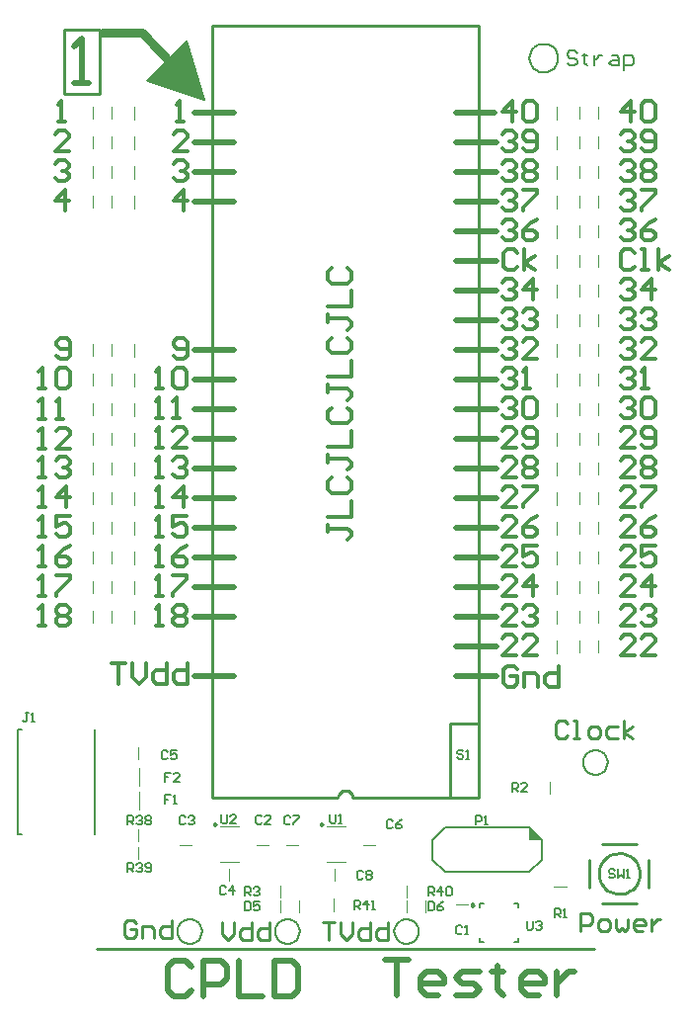
<source format=gto>
G04*
G04 #@! TF.GenerationSoftware,Altium Limited,Altium Designer,19.1.8 (144)*
G04*
G04 Layer_Color=65535*
%FSLAX25Y25*%
%MOIN*%
G70*
G01*
G75*
%ADD10C,0.00800*%
%ADD11C,0.01000*%
%ADD12C,0.00984*%
%ADD13C,0.00500*%
%ADD14C,0.03000*%
%ADD15C,0.00394*%
%ADD16C,0.00787*%
%ADD17C,0.02000*%
%ADD18C,0.00787*%
%ADD19C,0.01181*%
%ADD20C,0.01400*%
G36*
X356382Y211780D02*
X352182D01*
Y215980D01*
X356382Y211780D01*
D02*
G37*
G36*
X236714Y481363D02*
X242752Y461487D01*
X242395Y461138D01*
X222884Y467537D01*
X222768Y468024D01*
X236229Y481485D01*
X236714Y481363D01*
D02*
G37*
D10*
X361800Y475500D02*
X361695Y476498D01*
X361385Y477452D01*
X360883Y478321D01*
X360212Y479067D01*
X359400Y479657D01*
X358483Y480065D01*
X357502Y480274D01*
X356498D01*
X355517Y480065D01*
X354600Y479657D01*
X353788Y479067D01*
X353117Y478321D01*
X352615Y477452D01*
X352305Y476498D01*
X352200Y475500D01*
X352305Y474502D01*
X352615Y473548D01*
X353117Y472679D01*
X353788Y471933D01*
X354600Y471343D01*
X355517Y470935D01*
X356498Y470726D01*
X357502D01*
X358483Y470935D01*
X359400Y471343D01*
X360212Y471933D01*
X360883Y472679D01*
X361385Y473548D01*
X361695Y474502D01*
X361800Y475500D01*
X274634Y181000D02*
X274514Y181989D01*
X274160Y182921D01*
X273594Y183741D01*
X272848Y184402D01*
X271966Y184865D01*
X270998Y185104D01*
X270002D01*
X269034Y184865D01*
X268152Y184402D01*
X267406Y183741D01*
X266840Y182921D01*
X266486Y181989D01*
X266366Y181000D01*
X266486Y180011D01*
X266840Y179079D01*
X267406Y178259D01*
X268152Y177598D01*
X269034Y177135D01*
X270002Y176896D01*
X270998D01*
X271966Y177135D01*
X272848Y177598D01*
X273594Y178259D01*
X274160Y179079D01*
X274514Y180011D01*
X274634Y181000D01*
X241634D02*
X241514Y181989D01*
X241160Y182921D01*
X240594Y183741D01*
X239848Y184402D01*
X238966Y184865D01*
X237998Y185104D01*
X237002D01*
X236034Y184865D01*
X235152Y184402D01*
X234406Y183741D01*
X233840Y182921D01*
X233486Y181989D01*
X233366Y181000D01*
X233486Y180011D01*
X233840Y179079D01*
X234406Y178259D01*
X235152Y177598D01*
X236034Y177135D01*
X237002Y176896D01*
X237998D01*
X238966Y177135D01*
X239848Y177598D01*
X240594Y178259D01*
X241160Y179079D01*
X241514Y180011D01*
X241634Y181000D01*
X378634Y238000D02*
X378514Y238989D01*
X378160Y239921D01*
X377594Y240741D01*
X376848Y241402D01*
X375966Y241865D01*
X374998Y242104D01*
X374002D01*
X373034Y241865D01*
X372152Y241402D01*
X371406Y240741D01*
X370840Y239921D01*
X370486Y238989D01*
X370366Y238000D01*
X370486Y237011D01*
X370840Y236079D01*
X371406Y235259D01*
X372152Y234598D01*
X373034Y234135D01*
X374002Y233896D01*
X374998D01*
X375966Y234135D01*
X376848Y234598D01*
X377594Y235259D01*
X378160Y236079D01*
X378514Y237011D01*
X378634Y238000D01*
X314787Y181000D02*
X314667Y181989D01*
X314314Y182921D01*
X313748Y183741D01*
X313002Y184402D01*
X312119Y184865D01*
X311152Y185104D01*
X310155D01*
X309188Y184865D01*
X308305Y184402D01*
X307559Y183741D01*
X306993Y182921D01*
X306640Y181989D01*
X306520Y181000D01*
X306640Y180011D01*
X306993Y179079D01*
X307559Y178259D01*
X308305Y177598D01*
X309188Y177135D01*
X310155Y176896D01*
X311152D01*
X312119Y177135D01*
X313002Y177598D01*
X313748Y178259D01*
X314314Y179079D01*
X314667Y180011D01*
X314787Y181000D01*
X368332Y477165D02*
X367499Y477998D01*
X365833D01*
X365000Y477165D01*
Y476332D01*
X365833Y475499D01*
X367499D01*
X368332Y474666D01*
Y473833D01*
X367499Y473000D01*
X365833D01*
X365000Y473833D01*
X370831Y477165D02*
Y476332D01*
X369998D01*
X371665D01*
X370831D01*
Y473833D01*
X371665Y473000D01*
X374164Y476332D02*
Y473000D01*
Y474666D01*
X374997Y475499D01*
X375830Y476332D01*
X376663D01*
X379995D02*
X381661D01*
X382494Y475499D01*
Y473000D01*
X379995D01*
X379162Y473833D01*
X379995Y474666D01*
X382494D01*
X384160Y471334D02*
Y476332D01*
X386660D01*
X387493Y475499D01*
Y473833D01*
X386660Y473000D01*
X384160D01*
D11*
X292500Y226000D02*
X292310Y226957D01*
X291768Y227768D01*
X290957Y228310D01*
X290000Y228500D01*
X289043Y228310D01*
X288232Y227768D01*
X287690Y226957D01*
X287500Y226000D01*
X389390Y200500D02*
X389316Y201503D01*
X389098Y202485D01*
X388738Y203424D01*
X388246Y204302D01*
X387631Y205098D01*
X386907Y205796D01*
X386089Y206381D01*
X385195Y206841D01*
X384243Y207166D01*
X383254Y207348D01*
X382248Y207385D01*
X381249Y207275D01*
X380275Y207021D01*
X379350Y206627D01*
X378491Y206103D01*
X377718Y205460D01*
X377047Y204711D01*
X376492Y203872D01*
X376065Y202961D01*
X375775Y201998D01*
X375629Y201003D01*
Y199997D01*
X375775Y199002D01*
X376065Y198039D01*
X376492Y197128D01*
X377047Y196289D01*
X377718Y195540D01*
X378491Y194897D01*
X379350Y194373D01*
X380275Y193979D01*
X381249Y193725D01*
X382248Y193615D01*
X383254Y193652D01*
X384243Y193834D01*
X385195Y194159D01*
X386089Y194619D01*
X386907Y195204D01*
X387631Y195902D01*
X388246Y196698D01*
X388738Y197576D01*
X389098Y198515D01*
X389316Y199497D01*
X389390Y200500D01*
X206000Y175000D02*
X374000D01*
X245000Y486400D02*
X335000D01*
X245000Y226000D02*
Y486400D01*
Y226000D02*
X287500D01*
X292500D02*
X335000D01*
Y486400D01*
X325500Y251000D02*
X335000D01*
X325500Y226000D02*
Y251000D01*
X376594Y190461D02*
X388405D01*
X392539Y195776D02*
Y205224D01*
X372461Y195776D02*
Y205224D01*
X376594Y210539D02*
X388405D01*
X195000Y485000D02*
X207000Y485000D01*
X195000Y463500D02*
X195000Y485000D01*
X195000Y463500D02*
X207000D01*
X207000Y485000D02*
X207000Y463500D01*
X369500Y181000D02*
Y186998D01*
X372499D01*
X373499Y185998D01*
Y183999D01*
X372499Y182999D01*
X369500D01*
X376498Y181000D02*
X378497D01*
X379497Y182000D01*
Y183999D01*
X378497Y184999D01*
X376498D01*
X375498Y183999D01*
Y182000D01*
X376498Y181000D01*
X381496Y184999D02*
Y182000D01*
X382496Y181000D01*
X383495Y182000D01*
X384495Y181000D01*
X385495Y182000D01*
Y184999D01*
X390493Y181000D02*
X388494D01*
X387494Y182000D01*
Y183999D01*
X388494Y184999D01*
X390493D01*
X391493Y183999D01*
Y182999D01*
X387494D01*
X393492Y184999D02*
Y181000D01*
Y182999D01*
X394492Y183999D01*
X395492Y184999D01*
X396491D01*
X282500Y184236D02*
X286499D01*
X284499D01*
Y178238D01*
X288498Y184236D02*
Y180237D01*
X290497Y178238D01*
X292497Y180237D01*
Y184236D01*
X298495D02*
Y178238D01*
X295496D01*
X294496Y179237D01*
Y181237D01*
X295496Y182237D01*
X298495D01*
X304493Y184236D02*
Y178238D01*
X301494D01*
X300494Y179237D01*
Y181237D01*
X301494Y182237D01*
X304493D01*
X248500Y184236D02*
Y180237D01*
X250499Y178238D01*
X252499Y180237D01*
Y184236D01*
X258497D02*
Y178238D01*
X255498D01*
X254498Y179237D01*
Y181237D01*
X255498Y182237D01*
X258497D01*
X264495Y184236D02*
Y178238D01*
X261496D01*
X260496Y179237D01*
Y181237D01*
X261496Y182237D01*
X264495D01*
X364999Y250998D02*
X363999Y251998D01*
X362000D01*
X361000Y250998D01*
Y247000D01*
X362000Y246000D01*
X363999D01*
X364999Y247000D01*
X366998Y246000D02*
X368997D01*
X367998D01*
Y251998D01*
X366998D01*
X372996Y246000D02*
X374995D01*
X375995Y247000D01*
Y248999D01*
X374995Y249999D01*
X372996D01*
X371996Y248999D01*
Y247000D01*
X372996Y246000D01*
X381993Y249999D02*
X378994D01*
X377994Y248999D01*
Y247000D01*
X378994Y246000D01*
X381993D01*
X383993D02*
Y251998D01*
Y247999D02*
X386992Y249999D01*
X383993Y247999D02*
X386992Y246000D01*
X219499Y183736D02*
X218499Y184736D01*
X216500D01*
X215500Y183736D01*
Y179737D01*
X216500Y178738D01*
X218499D01*
X219499Y179737D01*
Y181737D01*
X217499D01*
X221498Y178738D02*
Y182737D01*
X224497D01*
X225497Y181737D01*
Y178738D01*
X231495Y184736D02*
Y178738D01*
X228496D01*
X227496Y179737D01*
Y181737D01*
X228496Y182737D01*
X231495D01*
D12*
X333315Y189906D02*
X332577Y190332D01*
Y189479D01*
X333315Y189906D01*
X282292Y217100D02*
X281554Y217526D01*
Y216674D01*
X282292Y217100D01*
X246292D02*
X245554Y217526D01*
Y216674D01*
X246292Y217100D01*
D13*
X352182Y215980D02*
X356382Y211780D01*
X323575Y201020D02*
X352182D01*
X356382Y205220D02*
Y211780D01*
X352182Y201020D02*
X356382Y205220D01*
X319374D02*
X323574Y201020D01*
X319374Y211780D02*
X323574Y215980D01*
X319374Y205220D02*
Y211780D01*
X323574Y215980D02*
X352182D01*
X329833Y241749D02*
X329333Y242249D01*
X328333D01*
X327833Y241749D01*
Y241249D01*
X328333Y240749D01*
X329333D01*
X329833Y240250D01*
Y239750D01*
X329333Y239250D01*
X328333D01*
X327833Y239750D01*
X330832Y239250D02*
X331832D01*
X331332D01*
Y242249D01*
X330832Y241749D01*
X380999Y201499D02*
X380500Y201999D01*
X379500D01*
X379000Y201499D01*
Y200999D01*
X379500Y200500D01*
X380500D01*
X380999Y200000D01*
Y199500D01*
X380500Y199000D01*
X379500D01*
X379000Y199500D01*
X381999Y201999D02*
Y199000D01*
X382999Y200000D01*
X383998Y199000D01*
Y201999D01*
X384998Y199000D02*
X385998D01*
X385498D01*
Y201999D01*
X384998Y201499D01*
X271499Y219599D02*
X271000Y220099D01*
X270000D01*
X269500Y219599D01*
Y217600D01*
X270000Y217100D01*
X271000D01*
X271499Y217600D01*
X272499Y220099D02*
X274498D01*
Y219599D01*
X272499Y217600D01*
Y217100D01*
X230999Y234499D02*
X229000D01*
Y232999D01*
X230000D01*
X229000D01*
Y231500D01*
X233998D02*
X231999D01*
X233998Y233499D01*
Y233999D01*
X233499Y234499D01*
X232499D01*
X231999Y233999D01*
X293000Y188500D02*
Y191499D01*
X294499D01*
X294999Y190999D01*
Y189999D01*
X294499Y189500D01*
X293000D01*
X294000D02*
X294999Y188500D01*
X297498D02*
Y191499D01*
X295999Y189999D01*
X297998D01*
X298998Y188500D02*
X299998D01*
X299498D01*
Y191499D01*
X298998Y190999D01*
X329499Y182499D02*
X328999Y182999D01*
X328000D01*
X327500Y182499D01*
Y180500D01*
X328000Y180000D01*
X328999D01*
X329499Y180500D01*
X330499Y180000D02*
X331499D01*
X330999D01*
Y182999D01*
X330499Y182499D01*
X351300Y184599D02*
Y182100D01*
X351800Y181600D01*
X352800D01*
X353299Y182100D01*
Y184599D01*
X354299Y184099D02*
X354799Y184599D01*
X355799D01*
X356298Y184099D01*
Y183599D01*
X355799Y183099D01*
X355299D01*
X355799D01*
X356298Y182600D01*
Y182100D01*
X355799Y181600D01*
X354799D01*
X354299Y182100D01*
X318000Y193000D02*
Y195999D01*
X319499D01*
X319999Y195499D01*
Y194500D01*
X319499Y194000D01*
X318000D01*
X319000D02*
X319999Y193000D01*
X322498D02*
Y195999D01*
X320999Y194500D01*
X322998D01*
X323998Y195499D02*
X324498Y195999D01*
X325498D01*
X325997Y195499D01*
Y193500D01*
X325498Y193000D01*
X324498D01*
X323998Y193500D01*
Y195499D01*
X318000Y190999D02*
Y188000D01*
X319499D01*
X319999Y188500D01*
Y190499D01*
X319499Y190999D01*
X318000D01*
X322998D02*
X321999Y190499D01*
X320999Y189499D01*
Y188500D01*
X321499Y188000D01*
X322498D01*
X322998Y188500D01*
Y189000D01*
X322498Y189499D01*
X320999D01*
X295999Y200999D02*
X295499Y201499D01*
X294500D01*
X294000Y200999D01*
Y199000D01*
X294500Y198500D01*
X295499D01*
X295999Y199000D01*
X296999Y200999D02*
X297499Y201499D01*
X298499D01*
X298998Y200999D01*
Y200499D01*
X298499Y199999D01*
X298998Y199500D01*
Y199000D01*
X298499Y198500D01*
X297499D01*
X296999Y199000D01*
Y199500D01*
X297499Y199999D01*
X296999Y200499D01*
Y200999D01*
X297499Y199999D02*
X298499D01*
X305999Y218137D02*
X305500Y218637D01*
X304500D01*
X304000Y218137D01*
Y216138D01*
X304500Y215638D01*
X305500D01*
X305999Y216138D01*
X308998Y218637D02*
X307999Y218137D01*
X306999Y217137D01*
Y216138D01*
X307499Y215638D01*
X308499D01*
X308998Y216138D01*
Y216637D01*
X308499Y217137D01*
X306999D01*
X182999Y254692D02*
X182000D01*
X182500D01*
Y252193D01*
X182000Y251693D01*
X181500D01*
X181000Y252193D01*
X183999Y251693D02*
X184999D01*
X184499D01*
Y254692D01*
X183999Y254192D01*
X216500Y201000D02*
Y203999D01*
X218000D01*
X218499Y203499D01*
Y202500D01*
X218000Y202000D01*
X216500D01*
X217500D02*
X218499Y201000D01*
X219499Y203499D02*
X219999Y203999D01*
X220999D01*
X221498Y203499D01*
Y202999D01*
X220999Y202500D01*
X220499D01*
X220999D01*
X221498Y202000D01*
Y201500D01*
X220999Y201000D01*
X219999D01*
X219499Y201500D01*
X222498D02*
X222998Y201000D01*
X223998D01*
X224497Y201500D01*
Y203499D01*
X223998Y203999D01*
X222998D01*
X222498Y203499D01*
Y202999D01*
X222998Y202500D01*
X224497D01*
X216500Y217000D02*
Y219999D01*
X218000D01*
X218499Y219499D01*
Y218499D01*
X218000Y218000D01*
X216500D01*
X217500D02*
X218499Y217000D01*
X219499Y219499D02*
X219999Y219999D01*
X220999D01*
X221498Y219499D01*
Y218999D01*
X220999Y218499D01*
X220499D01*
X220999D01*
X221498Y218000D01*
Y217500D01*
X220999Y217000D01*
X219999D01*
X219499Y217500D01*
X222498Y219499D02*
X222998Y219999D01*
X223998D01*
X224497Y219499D01*
Y218999D01*
X223998Y218499D01*
X224497Y218000D01*
Y217500D01*
X223998Y217000D01*
X222998D01*
X222498Y217500D01*
Y218000D01*
X222998Y218499D01*
X222498Y218999D01*
Y219499D01*
X222998Y218499D02*
X223998D01*
X229999Y241499D02*
X229500Y241999D01*
X228500D01*
X228000Y241499D01*
Y239500D01*
X228500Y239000D01*
X229500D01*
X229999Y239500D01*
X232998Y241999D02*
X230999D01*
Y240499D01*
X231999Y240999D01*
X232499D01*
X232998Y240499D01*
Y239500D01*
X232499Y239000D01*
X231499D01*
X230999Y239500D01*
X249599Y195899D02*
X249099Y196399D01*
X248100D01*
X247600Y195899D01*
Y193900D01*
X248100Y193400D01*
X249099D01*
X249599Y193900D01*
X252098Y193400D02*
Y196399D01*
X250599Y194899D01*
X252598D01*
X235999Y219499D02*
X235500Y219999D01*
X234500D01*
X234000Y219499D01*
Y217500D01*
X234500Y217000D01*
X235500D01*
X235999Y217500D01*
X236999Y219499D02*
X237499Y219999D01*
X238498D01*
X238998Y219499D01*
Y218999D01*
X238498Y218499D01*
X237999D01*
X238498D01*
X238998Y218000D01*
Y217500D01*
X238498Y217000D01*
X237499D01*
X236999Y217500D01*
X261799Y219699D02*
X261299Y220199D01*
X260300D01*
X259800Y219699D01*
Y217700D01*
X260300Y217200D01*
X261299D01*
X261799Y217700D01*
X264798Y217200D02*
X262799D01*
X264798Y219199D01*
Y219699D01*
X264299Y220199D01*
X263299D01*
X262799Y219699D01*
X360700Y185700D02*
Y188699D01*
X362199D01*
X362699Y188199D01*
Y187199D01*
X362199Y186700D01*
X360700D01*
X361700D02*
X362699Y185700D01*
X363699D02*
X364699D01*
X364199D01*
Y188699D01*
X363699Y188199D01*
X346300Y228200D02*
Y231199D01*
X347799D01*
X348299Y230699D01*
Y229699D01*
X347799Y229200D01*
X346300D01*
X347300D02*
X348299Y228200D01*
X351298D02*
X349299D01*
X351298Y230199D01*
Y230699D01*
X350799Y231199D01*
X349799D01*
X349299Y230699D01*
X248200Y220399D02*
Y217900D01*
X248700Y217400D01*
X249699D01*
X250199Y217900D01*
Y220399D01*
X253198Y217400D02*
X251199D01*
X253198Y219399D01*
Y219899D01*
X252698Y220399D01*
X251699D01*
X251199Y219899D01*
X230999Y226999D02*
X229000D01*
Y225500D01*
X230000D01*
X229000D01*
Y224000D01*
X231999D02*
X232999D01*
X232499D01*
Y226999D01*
X231999Y226499D01*
X284800Y220499D02*
Y218000D01*
X285300Y217500D01*
X286299D01*
X286799Y218000D01*
Y220499D01*
X287799Y217500D02*
X288799D01*
X288299D01*
Y220499D01*
X287799Y219999D01*
X256000Y190999D02*
Y188000D01*
X257500D01*
X257999Y188500D01*
Y190499D01*
X257500Y190999D01*
X256000D01*
X260998D02*
X258999D01*
Y189499D01*
X259999Y189999D01*
X260498D01*
X260998Y189499D01*
Y188500D01*
X260498Y188000D01*
X259499D01*
X258999Y188500D01*
X256000Y193000D02*
Y195999D01*
X257500D01*
X257999Y195499D01*
Y194500D01*
X257500Y194000D01*
X256000D01*
X257000D02*
X257999Y193000D01*
X258999Y195499D02*
X259499Y195999D01*
X260498D01*
X260998Y195499D01*
Y194999D01*
X260498Y194500D01*
X259999D01*
X260498D01*
X260998Y194000D01*
Y193500D01*
X260498Y193000D01*
X259499D01*
X258999Y193500D01*
X334000Y217000D02*
Y219999D01*
X335500D01*
X335999Y219499D01*
Y218499D01*
X335500Y218000D01*
X334000D01*
X336999Y217000D02*
X337999D01*
X337499D01*
Y219999D01*
X336999Y219499D01*
D14*
X208000Y484000D02*
X221284D01*
X239021Y465565D01*
D15*
X220500Y230047D02*
Y235953D01*
X270031Y210000D02*
X273969D01*
X286000Y187933D02*
Y192067D01*
X327532Y190000D02*
X331469D01*
X296031Y210000D02*
X299969D01*
X234032D02*
X237968D01*
X260032D02*
X263968D01*
X286500Y198031D02*
Y201969D01*
X250654Y198031D02*
Y201969D01*
X359000Y227433D02*
Y231567D01*
X360433Y196000D02*
X364567D01*
X310653Y187531D02*
Y191469D01*
X317051Y187531D02*
Y191469D01*
X310653Y192433D02*
Y196567D01*
X220000Y239032D02*
Y242969D01*
Y205433D02*
Y209567D01*
Y211433D02*
Y215567D01*
X283850Y216406D02*
X290150D01*
X283850Y204594D02*
X290150D01*
X268000Y192433D02*
Y196567D01*
X268000Y187531D02*
Y191469D01*
X274398Y187531D02*
Y191469D01*
X247850Y216406D02*
X254150D01*
X247850Y204594D02*
X254150D01*
X220500Y222047D02*
Y227953D01*
X204654Y455031D02*
Y458968D01*
X211051Y455031D02*
Y458968D01*
X204654Y445031D02*
Y448969D01*
X211051Y445031D02*
Y448969D01*
X204654Y435032D02*
Y438969D01*
X211051Y435032D02*
Y438969D01*
X204654Y425032D02*
Y428968D01*
X211051Y425032D02*
Y428968D01*
X204654Y375031D02*
Y378969D01*
X211051Y375031D02*
Y378969D01*
X204654Y365032D02*
Y368969D01*
X211051Y365032D02*
Y368969D01*
X204654Y355031D02*
Y358968D01*
X211051Y355031D02*
Y358968D01*
X204654Y345031D02*
Y348969D01*
X211051Y345031D02*
Y348969D01*
X204654Y335032D02*
Y338968D01*
X211051Y335032D02*
Y338968D01*
X204654Y325031D02*
Y328969D01*
X211051Y325031D02*
Y328969D01*
X204654Y315032D02*
Y318969D01*
X211051Y315032D02*
Y318969D01*
X204654Y305031D02*
Y308968D01*
X211051Y305031D02*
Y308968D01*
X204654Y295031D02*
Y298969D01*
X211051Y295031D02*
Y298969D01*
X204654Y285032D02*
Y288968D01*
X211051Y285032D02*
Y288968D01*
X218653Y454933D02*
Y459067D01*
Y444933D02*
Y449067D01*
Y434933D02*
Y439067D01*
Y424933D02*
Y429067D01*
Y374933D02*
Y379067D01*
Y364933D02*
Y369067D01*
Y354933D02*
Y359067D01*
Y344933D02*
Y349067D01*
Y334933D02*
Y339067D01*
Y324933D02*
Y329067D01*
Y314933D02*
Y319067D01*
Y304933D02*
Y309067D01*
Y294933D02*
Y299067D01*
Y284933D02*
Y289067D01*
X361500Y454933D02*
Y459067D01*
Y444933D02*
Y449067D01*
Y434933D02*
Y439067D01*
Y424933D02*
Y429067D01*
Y414933D02*
Y419067D01*
Y404933D02*
Y409067D01*
Y394933D02*
Y399067D01*
Y384933D02*
Y389067D01*
Y374933D02*
Y379067D01*
Y364933D02*
Y369067D01*
Y354933D02*
Y359067D01*
Y344933D02*
Y349067D01*
Y334933D02*
Y339067D01*
Y324933D02*
Y329067D01*
Y314933D02*
Y319067D01*
Y304933D02*
Y309067D01*
Y294933D02*
Y299067D01*
Y284933D02*
Y289067D01*
Y274933D02*
Y279067D01*
X375500Y395031D02*
Y398969D01*
X369102Y395031D02*
Y398969D01*
X375500Y385032D02*
Y388968D01*
X369102Y385032D02*
Y388968D01*
X375500Y375031D02*
Y378969D01*
X369102Y375031D02*
Y378969D01*
X375500Y365032D02*
Y368969D01*
X369102Y365032D02*
Y368969D01*
X375500Y355031D02*
Y358968D01*
X369102Y355031D02*
Y358968D01*
X375500Y345031D02*
Y348969D01*
X369102Y345031D02*
Y348969D01*
X375500Y335032D02*
Y338968D01*
X369102Y335032D02*
Y338968D01*
X375500Y325031D02*
Y328969D01*
X369102Y325031D02*
Y328969D01*
X375500Y315032D02*
Y318969D01*
X369102Y315032D02*
Y318969D01*
X375500Y305031D02*
Y308968D01*
X369102Y305031D02*
Y308968D01*
X375500Y405031D02*
Y408968D01*
X369102Y405031D02*
Y408968D01*
X375500Y415031D02*
Y418968D01*
X369102Y415031D02*
Y418968D01*
X375500Y425032D02*
Y428968D01*
X369102Y425032D02*
Y428968D01*
X375500Y435032D02*
Y438969D01*
X369102Y435032D02*
Y438969D01*
X375500Y445031D02*
Y448969D01*
X369102Y445031D02*
Y448969D01*
X375500Y455031D02*
Y458968D01*
X369102Y455031D02*
Y458968D01*
X375500Y295031D02*
Y298969D01*
X369102Y295031D02*
Y298969D01*
X375500Y285032D02*
Y288968D01*
X369102Y285032D02*
Y288968D01*
X375500Y275031D02*
Y278969D01*
X369102Y275031D02*
Y278969D01*
D16*
X335382Y189118D02*
Y190496D01*
X336760D01*
X346996D02*
X348375D01*
Y189118D02*
Y190496D01*
Y177504D02*
Y178882D01*
X346996Y177504D02*
X348375D01*
X335382D02*
Y178882D01*
Y177504D02*
X336760D01*
D17*
X327500Y297000D02*
X341000D01*
X327500Y287000D02*
X341000D01*
X327500Y277000D02*
X341000D01*
X327500Y267000D02*
X341000D01*
X327500Y337000D02*
X341000D01*
X327500Y327000D02*
X341000D01*
X327500Y317000D02*
X341000D01*
X327500Y307000D02*
X341000D01*
X327500Y377000D02*
X341000D01*
X327500Y367000D02*
X341000D01*
X327500Y357000D02*
X341000D01*
X327500Y347000D02*
X341000D01*
X327500Y417000D02*
X341000D01*
X327500Y407000D02*
X341000D01*
X327500Y397000D02*
X341000D01*
X327500Y387000D02*
X341000D01*
X327500Y427000D02*
X341000D01*
X327500Y437000D02*
X341000D01*
X327500Y447000D02*
X341000D01*
X327500Y457000D02*
X340500D01*
X239000Y287000D02*
X252500D01*
X239000Y297000D02*
X252500D01*
X239000Y267000D02*
X252500D01*
X239000Y327000D02*
X252500D01*
X239000Y337000D02*
X252500D01*
X239000Y317000D02*
X252500D01*
X239000Y307000D02*
X252500D01*
X239000Y367000D02*
X252500D01*
X239000Y377000D02*
X252500D01*
X239000Y357000D02*
X252500D01*
X239000Y347000D02*
X252500D01*
X239000Y427000D02*
X252500D01*
X239000Y437000D02*
X252500D01*
X239000Y457000D02*
X252500D01*
X239000Y447000D02*
X252500D01*
X237997Y168997D02*
X235998Y170996D01*
X231999D01*
X230000Y168997D01*
Y160999D01*
X231999Y159000D01*
X235998D01*
X237997Y160999D01*
X241996Y159000D02*
Y170996D01*
X247994D01*
X249993Y168997D01*
Y164998D01*
X247994Y162999D01*
X241996D01*
X253992Y170996D02*
Y159000D01*
X261990D01*
X265988Y170996D02*
Y159000D01*
X271986D01*
X273986Y160999D01*
Y168997D01*
X271986Y170996D01*
X265988D01*
X303500Y171496D02*
X311497D01*
X307499D01*
Y159500D01*
X321494D02*
X317495D01*
X315496Y161499D01*
Y165498D01*
X317495Y167497D01*
X321494D01*
X323494Y165498D01*
Y163499D01*
X315496D01*
X327492Y159500D02*
X333490D01*
X335490Y161499D01*
X333490Y163499D01*
X329492D01*
X327492Y165498D01*
X329492Y167497D01*
X335490D01*
X341488Y169497D02*
Y167497D01*
X339488D01*
X343487D01*
X341488D01*
Y161499D01*
X343487Y159500D01*
X355483D02*
X351484D01*
X349485Y161499D01*
Y165498D01*
X351484Y167497D01*
X355483D01*
X357483Y165498D01*
Y163499D01*
X349485D01*
X361481Y167497D02*
Y159500D01*
Y163499D01*
X363481Y165498D01*
X365480Y167497D01*
X367479D01*
X198500Y467000D02*
X203498D01*
X200999D01*
Y481995D01*
X198500Y479496D01*
D18*
X179299Y213709D02*
X180677D01*
X179299D02*
Y248945D01*
X180677D01*
X205519Y213709D02*
Y248945D01*
D19*
X284128Y318248D02*
Y315624D01*
Y316936D01*
X290688D01*
X292000Y315624D01*
Y314312D01*
X290688Y313000D01*
X284128Y320871D02*
X292000D01*
Y326119D01*
X285440Y333991D02*
X284128Y332679D01*
Y330055D01*
X285440Y328743D01*
X290688D01*
X292000Y330055D01*
Y332679D01*
X290688Y333991D01*
X284128Y341862D02*
Y339238D01*
Y340550D01*
X290688D01*
X292000Y339238D01*
Y337926D01*
X290688Y336614D01*
X284128Y344486D02*
X292000D01*
Y349734D01*
X285440Y357605D02*
X284128Y356293D01*
Y353669D01*
X285440Y352357D01*
X290688D01*
X292000Y353669D01*
Y356293D01*
X290688Y357605D01*
X284128Y365476D02*
Y362853D01*
Y364165D01*
X290688D01*
X292000Y362853D01*
Y361541D01*
X290688Y360229D01*
X284128Y368100D02*
X292000D01*
Y373348D01*
X285440Y381220D02*
X284128Y379908D01*
Y377284D01*
X285440Y375972D01*
X290688D01*
X292000Y377284D01*
Y379908D01*
X290688Y381220D01*
X284128Y389091D02*
Y386467D01*
Y387779D01*
X290688D01*
X292000Y386467D01*
Y385155D01*
X290688Y383843D01*
X284128Y391715D02*
X292000D01*
Y396962D01*
X285440Y404834D02*
X284128Y403522D01*
Y400898D01*
X285440Y399586D01*
X290688D01*
X292000Y400898D01*
Y403522D01*
X290688Y404834D01*
D20*
X186500Y284000D02*
X188833D01*
X187666D01*
Y290998D01*
X186500Y289831D01*
X192331D02*
X193498Y290998D01*
X195830D01*
X196997Y289831D01*
Y288665D01*
X195830Y287499D01*
X196997Y286333D01*
Y285166D01*
X195830Y284000D01*
X193498D01*
X192331Y285166D01*
Y286333D01*
X193498Y287499D01*
X192331Y288665D01*
Y289831D01*
X193498Y287499D02*
X195830D01*
X186500Y294000D02*
X188833D01*
X187666D01*
Y300998D01*
X186500Y299831D01*
X192331Y300998D02*
X196997D01*
Y299831D01*
X192331Y295166D01*
Y294000D01*
X186500Y304000D02*
X188833D01*
X187666D01*
Y310998D01*
X186500Y309831D01*
X196997Y310998D02*
X194664Y309831D01*
X192331Y307499D01*
Y305166D01*
X193498Y304000D01*
X195830D01*
X196997Y305166D01*
Y306333D01*
X195830Y307499D01*
X192331D01*
X186500Y314000D02*
X188833D01*
X187666D01*
Y320998D01*
X186500Y319831D01*
X196997Y320998D02*
X192331D01*
Y317499D01*
X194664Y318665D01*
X195830D01*
X196997Y317499D01*
Y315166D01*
X195830Y314000D01*
X193498D01*
X192331Y315166D01*
X186500Y324000D02*
X188833D01*
X187666D01*
Y330998D01*
X186500Y329831D01*
X195830Y324000D02*
Y330998D01*
X192331Y327499D01*
X196997D01*
X186500Y334000D02*
X188833D01*
X187666D01*
Y340998D01*
X186500Y339831D01*
X192331D02*
X193498Y340998D01*
X195830D01*
X196997Y339831D01*
Y338665D01*
X195830Y337499D01*
X194664D01*
X195830D01*
X196997Y336333D01*
Y335166D01*
X195830Y334000D01*
X193498D01*
X192331Y335166D01*
X186500Y343866D02*
X188833D01*
X187666D01*
Y350864D01*
X186500Y349698D01*
X196997Y343866D02*
X192331D01*
X196997Y348532D01*
Y349698D01*
X195830Y350864D01*
X193498D01*
X192331Y349698D01*
X186500Y353924D02*
X188833D01*
X187666D01*
Y360922D01*
X186500Y359755D01*
X192331Y353924D02*
X194664D01*
X193498D01*
Y360922D01*
X192331Y359755D01*
X186500Y363982D02*
X188833D01*
X187666D01*
Y370979D01*
X186500Y369813D01*
X192331D02*
X193498Y370979D01*
X195830D01*
X196997Y369813D01*
Y365148D01*
X195830Y363982D01*
X193498D01*
X192331Y365148D01*
Y369813D01*
X192500Y375166D02*
X193666Y374000D01*
X195999D01*
X197165Y375166D01*
Y379831D01*
X195999Y380998D01*
X193666D01*
X192500Y379831D01*
Y378665D01*
X193666Y377499D01*
X197165D01*
X195499Y424000D02*
Y430998D01*
X192000Y427499D01*
X196665D01*
X192000Y439831D02*
X193166Y440998D01*
X195499D01*
X196665Y439831D01*
Y438665D01*
X195499Y437499D01*
X194333D01*
X195499D01*
X196665Y436333D01*
Y435166D01*
X195499Y434000D01*
X193166D01*
X192000Y435166D01*
X196665Y444000D02*
X192000D01*
X196665Y448665D01*
Y449831D01*
X195499Y450998D01*
X193166D01*
X192000Y449831D01*
X193000Y454000D02*
X195333D01*
X194166D01*
Y460998D01*
X193000Y459831D01*
X383000Y449831D02*
X384166Y450998D01*
X386499D01*
X387665Y449831D01*
Y448665D01*
X386499Y447499D01*
X385333D01*
X386499D01*
X387665Y446333D01*
Y445166D01*
X386499Y444000D01*
X384166D01*
X383000Y445166D01*
X389998D02*
X391164Y444000D01*
X393497D01*
X394663Y445166D01*
Y449831D01*
X393497Y450998D01*
X391164D01*
X389998Y449831D01*
Y448665D01*
X391164Y447499D01*
X394663D01*
X386499Y454000D02*
Y460998D01*
X383000Y457499D01*
X387665D01*
X389998Y459831D02*
X391164Y460998D01*
X393497D01*
X394663Y459831D01*
Y455166D01*
X393497Y454000D01*
X391164D01*
X389998Y455166D01*
Y459831D01*
X383000Y439831D02*
X384166Y440998D01*
X386499D01*
X387665Y439831D01*
Y438665D01*
X386499Y437499D01*
X385333D01*
X386499D01*
X387665Y436333D01*
Y435166D01*
X386499Y434000D01*
X384166D01*
X383000Y435166D01*
X389998Y439831D02*
X391164Y440998D01*
X393497D01*
X394663Y439831D01*
Y438665D01*
X393497Y437499D01*
X394663Y436333D01*
Y435166D01*
X393497Y434000D01*
X391164D01*
X389998Y435166D01*
Y436333D01*
X391164Y437499D01*
X389998Y438665D01*
Y439831D01*
X391164Y437499D02*
X393497D01*
X383000Y429832D02*
X384166Y430998D01*
X386499D01*
X387665Y429832D01*
Y428665D01*
X386499Y427499D01*
X385333D01*
X386499D01*
X387665Y426333D01*
Y425166D01*
X386499Y424000D01*
X384166D01*
X383000Y425166D01*
X389998Y430998D02*
X394663D01*
Y429832D01*
X389998Y425166D01*
Y424000D01*
X383000Y419832D02*
X384166Y420998D01*
X386499D01*
X387665Y419832D01*
Y418665D01*
X386499Y417499D01*
X385333D01*
X386499D01*
X387665Y416333D01*
Y415166D01*
X386499Y414000D01*
X384166D01*
X383000Y415166D01*
X394663Y420998D02*
X392330Y419832D01*
X389998Y417499D01*
Y415166D01*
X391164Y414000D01*
X393497D01*
X394663Y415166D01*
Y416333D01*
X393497Y417499D01*
X389998D01*
X383000Y399831D02*
X384166Y400998D01*
X386499D01*
X387665Y399831D01*
Y398665D01*
X386499Y397499D01*
X385333D01*
X386499D01*
X387665Y396333D01*
Y395166D01*
X386499Y394000D01*
X384166D01*
X383000Y395166D01*
X393497Y394000D02*
Y400998D01*
X389998Y397499D01*
X394663D01*
X383000Y389831D02*
X384166Y390998D01*
X386499D01*
X387665Y389831D01*
Y388665D01*
X386499Y387499D01*
X385333D01*
X386499D01*
X387665Y386333D01*
Y385166D01*
X386499Y384000D01*
X384166D01*
X383000Y385166D01*
X389998Y389831D02*
X391164Y390998D01*
X393497D01*
X394663Y389831D01*
Y388665D01*
X393497Y387499D01*
X392330D01*
X393497D01*
X394663Y386333D01*
Y385166D01*
X393497Y384000D01*
X391164D01*
X389998Y385166D01*
X383000Y379831D02*
X384166Y380998D01*
X386499D01*
X387665Y379831D01*
Y378665D01*
X386499Y377499D01*
X385333D01*
X386499D01*
X387665Y376333D01*
Y375166D01*
X386499Y374000D01*
X384166D01*
X383000Y375166D01*
X394663Y374000D02*
X389998D01*
X394663Y378665D01*
Y379831D01*
X393497Y380998D01*
X391164D01*
X389998Y379831D01*
X383000Y369831D02*
X384166Y370998D01*
X386499D01*
X387665Y369831D01*
Y368665D01*
X386499Y367499D01*
X385333D01*
X386499D01*
X387665Y366333D01*
Y365166D01*
X386499Y364000D01*
X384166D01*
X383000Y365166D01*
X389998Y364000D02*
X392330D01*
X391164D01*
Y370998D01*
X389998Y369831D01*
X383000Y359831D02*
X384166Y360998D01*
X386499D01*
X387665Y359831D01*
Y358665D01*
X386499Y357499D01*
X385333D01*
X386499D01*
X387665Y356333D01*
Y355166D01*
X386499Y354000D01*
X384166D01*
X383000Y355166D01*
X389998Y359831D02*
X391164Y360998D01*
X393497D01*
X394663Y359831D01*
Y355166D01*
X393497Y354000D01*
X391164D01*
X389998Y355166D01*
Y359831D01*
X387665Y344000D02*
X383000D01*
X387665Y348665D01*
Y349831D01*
X386499Y350998D01*
X384166D01*
X383000Y349831D01*
X389998Y345166D02*
X391164Y344000D01*
X393497D01*
X394663Y345166D01*
Y349831D01*
X393497Y350998D01*
X391164D01*
X389998Y349831D01*
Y348665D01*
X391164Y347499D01*
X394663D01*
X387665Y334000D02*
X383000D01*
X387665Y338665D01*
Y339831D01*
X386499Y340998D01*
X384166D01*
X383000Y339831D01*
X389998D02*
X391164Y340998D01*
X393497D01*
X394663Y339831D01*
Y338665D01*
X393497Y337499D01*
X394663Y336333D01*
Y335166D01*
X393497Y334000D01*
X391164D01*
X389998Y335166D01*
Y336333D01*
X391164Y337499D01*
X389998Y338665D01*
Y339831D01*
X391164Y337499D02*
X393497D01*
X387665Y324000D02*
X383000D01*
X387665Y328665D01*
Y329831D01*
X386499Y330998D01*
X384166D01*
X383000Y329831D01*
X389998Y330998D02*
X394663D01*
Y329831D01*
X389998Y325166D01*
Y324000D01*
X387665Y314000D02*
X383000D01*
X387665Y318665D01*
Y319831D01*
X386499Y320998D01*
X384166D01*
X383000Y319831D01*
X394663Y320998D02*
X392330Y319831D01*
X389998Y317499D01*
Y315166D01*
X391164Y314000D01*
X393497D01*
X394663Y315166D01*
Y316333D01*
X393497Y317499D01*
X389998D01*
X387665Y304000D02*
X383000D01*
X387665Y308665D01*
Y309831D01*
X386499Y310998D01*
X384166D01*
X383000Y309831D01*
X394663Y310998D02*
X389998D01*
Y307499D01*
X392330Y308665D01*
X393497D01*
X394663Y307499D01*
Y305166D01*
X393497Y304000D01*
X391164D01*
X389998Y305166D01*
X387665Y294000D02*
X383000D01*
X387665Y298665D01*
Y299831D01*
X386499Y300998D01*
X384166D01*
X383000Y299831D01*
X393497Y294000D02*
Y300998D01*
X389998Y297499D01*
X394663D01*
X387665Y284000D02*
X383000D01*
X387665Y288665D01*
Y289831D01*
X386499Y290998D01*
X384166D01*
X383000Y289831D01*
X389998D02*
X391164Y290998D01*
X393497D01*
X394663Y289831D01*
Y288665D01*
X393497Y287499D01*
X392330D01*
X393497D01*
X394663Y286333D01*
Y285166D01*
X393497Y284000D01*
X391164D01*
X389998Y285166D01*
X387665Y274000D02*
X383000D01*
X387665Y278665D01*
Y279831D01*
X386499Y280998D01*
X384166D01*
X383000Y279831D01*
X394663Y274000D02*
X389998D01*
X394663Y278665D01*
Y279831D01*
X393497Y280998D01*
X391164D01*
X389998Y279831D01*
X387665Y409831D02*
X386499Y410998D01*
X384166D01*
X383000Y409831D01*
Y405166D01*
X384166Y404000D01*
X386499D01*
X387665Y405166D01*
X389998Y404000D02*
X392330D01*
X391164D01*
Y410998D01*
X389998D01*
X395829Y404000D02*
Y410998D01*
Y406333D02*
X399328Y408665D01*
X395829Y406333D02*
X399328Y404000D01*
X348165Y409831D02*
X346999Y410998D01*
X344666D01*
X343500Y409831D01*
Y405166D01*
X344666Y404000D01*
X346999D01*
X348165Y405166D01*
X350498Y404000D02*
Y410998D01*
Y406333D02*
X353997Y408665D01*
X350498Y406333D02*
X353997Y404000D01*
X211000Y271498D02*
X215665D01*
X213333D01*
Y264500D01*
X217998Y271498D02*
Y266833D01*
X220330Y264500D01*
X222663Y266833D01*
Y271498D01*
X229661D02*
Y264500D01*
X226162D01*
X224995Y265666D01*
Y267999D01*
X226162Y269165D01*
X229661D01*
X236658Y271498D02*
Y264500D01*
X233159D01*
X231993Y265666D01*
Y267999D01*
X233159Y269165D01*
X236658D01*
X348165Y269331D02*
X346999Y270498D01*
X344666D01*
X343500Y269331D01*
Y264666D01*
X344666Y263500D01*
X346999D01*
X348165Y264666D01*
Y266999D01*
X345833D01*
X350498Y263500D02*
Y268165D01*
X353997D01*
X355163Y266999D01*
Y263500D01*
X362161Y270498D02*
Y263500D01*
X358662D01*
X357495Y264666D01*
Y266999D01*
X358662Y268165D01*
X362161D01*
X233000Y454000D02*
X235333D01*
X234166D01*
Y460998D01*
X233000Y459831D01*
X236665Y444000D02*
X232000D01*
X236665Y448665D01*
Y449831D01*
X235499Y450998D01*
X233166D01*
X232000Y449831D01*
Y439831D02*
X233166Y440998D01*
X235499D01*
X236665Y439831D01*
Y438665D01*
X235499Y437499D01*
X234333D01*
X235499D01*
X236665Y436333D01*
Y435166D01*
X235499Y434000D01*
X233166D01*
X232000Y435166D01*
X235499Y424000D02*
Y430998D01*
X232000Y427499D01*
X236665D01*
X232000Y375166D02*
X233166Y374000D01*
X235499D01*
X236665Y375166D01*
Y379831D01*
X235499Y380998D01*
X233166D01*
X232000Y379831D01*
Y378665D01*
X233166Y377499D01*
X236665D01*
X226000Y364000D02*
X228333D01*
X227166D01*
Y370998D01*
X226000Y369831D01*
X231831D02*
X232998Y370998D01*
X235330D01*
X236497Y369831D01*
Y365166D01*
X235330Y364000D01*
X232998D01*
X231831Y365166D01*
Y369831D01*
X226000Y354000D02*
X228333D01*
X227166D01*
Y360998D01*
X226000Y359831D01*
X231831Y354000D02*
X234164D01*
X232998D01*
Y360998D01*
X231831Y359831D01*
X226000Y344000D02*
X228333D01*
X227166D01*
Y350998D01*
X226000Y349831D01*
X236497Y344000D02*
X231831D01*
X236497Y348665D01*
Y349831D01*
X235330Y350998D01*
X232998D01*
X231831Y349831D01*
X226000Y334000D02*
X228333D01*
X227166D01*
Y340998D01*
X226000Y339831D01*
X231831D02*
X232998Y340998D01*
X235330D01*
X236497Y339831D01*
Y338665D01*
X235330Y337499D01*
X234164D01*
X235330D01*
X236497Y336333D01*
Y335166D01*
X235330Y334000D01*
X232998D01*
X231831Y335166D01*
X226000Y324000D02*
X228333D01*
X227166D01*
Y330998D01*
X226000Y329831D01*
X235330Y324000D02*
Y330998D01*
X231831Y327499D01*
X236497D01*
X226000Y314000D02*
X228333D01*
X227166D01*
Y320998D01*
X226000Y319831D01*
X236497Y320998D02*
X231831D01*
Y317499D01*
X234164Y318665D01*
X235330D01*
X236497Y317499D01*
Y315166D01*
X235330Y314000D01*
X232998D01*
X231831Y315166D01*
X226000Y304000D02*
X228333D01*
X227166D01*
Y310998D01*
X226000Y309831D01*
X236497Y310998D02*
X234164Y309831D01*
X231831Y307499D01*
Y305166D01*
X232998Y304000D01*
X235330D01*
X236497Y305166D01*
Y306333D01*
X235330Y307499D01*
X231831D01*
X226000Y294000D02*
X228333D01*
X227166D01*
Y300998D01*
X226000Y299831D01*
X231831Y300998D02*
X236497D01*
Y299831D01*
X231831Y295166D01*
Y294000D01*
X226000Y284021D02*
X228333D01*
X227166D01*
Y291019D01*
X226000Y289852D01*
X231831D02*
X232998Y291019D01*
X235330D01*
X236497Y289852D01*
Y288686D01*
X235330Y287520D01*
X236497Y286353D01*
Y285187D01*
X235330Y284021D01*
X232998D01*
X231831Y285187D01*
Y286353D01*
X232998Y287520D01*
X231831Y288686D01*
Y289852D01*
X232998Y287520D02*
X235330D01*
X347665Y274000D02*
X343000D01*
X347665Y278665D01*
Y279831D01*
X346499Y280998D01*
X344166D01*
X343000Y279831D01*
X354663Y274000D02*
X349998D01*
X354663Y278665D01*
Y279831D01*
X353497Y280998D01*
X351164D01*
X349998Y279831D01*
X347665Y284000D02*
X343000D01*
X347665Y288665D01*
Y289831D01*
X346499Y290998D01*
X344166D01*
X343000Y289831D01*
X349998D02*
X351164Y290998D01*
X353497D01*
X354663Y289831D01*
Y288665D01*
X353497Y287499D01*
X352330D01*
X353497D01*
X354663Y286333D01*
Y285166D01*
X353497Y284000D01*
X351164D01*
X349998Y285166D01*
X347665Y294000D02*
X343000D01*
X347665Y298665D01*
Y299831D01*
X346499Y300998D01*
X344166D01*
X343000Y299831D01*
X353497Y294000D02*
Y300998D01*
X349998Y297499D01*
X354663D01*
X347665Y304000D02*
X343000D01*
X347665Y308665D01*
Y309831D01*
X346499Y310998D01*
X344166D01*
X343000Y309831D01*
X354663Y310998D02*
X349998D01*
Y307499D01*
X352330Y308665D01*
X353497D01*
X354663Y307499D01*
Y305166D01*
X353497Y304000D01*
X351164D01*
X349998Y305166D01*
X347665Y314000D02*
X343000D01*
X347665Y318665D01*
Y319831D01*
X346499Y320998D01*
X344166D01*
X343000Y319831D01*
X354663Y320998D02*
X352330Y319831D01*
X349998Y317499D01*
Y315166D01*
X351164Y314000D01*
X353497D01*
X354663Y315166D01*
Y316333D01*
X353497Y317499D01*
X349998D01*
X347665Y324000D02*
X343000D01*
X347665Y328665D01*
Y329831D01*
X346499Y330998D01*
X344166D01*
X343000Y329831D01*
X349998Y330998D02*
X354663D01*
Y329831D01*
X349998Y325166D01*
Y324000D01*
X347665Y334000D02*
X343000D01*
X347665Y338665D01*
Y339831D01*
X346499Y340998D01*
X344166D01*
X343000Y339831D01*
X349998D02*
X351164Y340998D01*
X353497D01*
X354663Y339831D01*
Y338665D01*
X353497Y337499D01*
X354663Y336333D01*
Y335166D01*
X353497Y334000D01*
X351164D01*
X349998Y335166D01*
Y336333D01*
X351164Y337499D01*
X349998Y338665D01*
Y339831D01*
X351164Y337499D02*
X353497D01*
X347665Y344000D02*
X343000D01*
X347665Y348665D01*
Y349831D01*
X346499Y350998D01*
X344166D01*
X343000Y349831D01*
X349998Y345166D02*
X351164Y344000D01*
X353497D01*
X354663Y345166D01*
Y349831D01*
X353497Y350998D01*
X351164D01*
X349998Y349831D01*
Y348665D01*
X351164Y347499D01*
X354663D01*
X343000Y359831D02*
X344166Y360998D01*
X346499D01*
X347665Y359831D01*
Y358665D01*
X346499Y357499D01*
X345333D01*
X346499D01*
X347665Y356333D01*
Y355166D01*
X346499Y354000D01*
X344166D01*
X343000Y355166D01*
X349998Y359831D02*
X351164Y360998D01*
X353497D01*
X354663Y359831D01*
Y355166D01*
X353497Y354000D01*
X351164D01*
X349998Y355166D01*
Y359831D01*
X343000Y369831D02*
X344166Y370998D01*
X346499D01*
X347665Y369831D01*
Y368665D01*
X346499Y367499D01*
X345333D01*
X346499D01*
X347665Y366333D01*
Y365166D01*
X346499Y364000D01*
X344166D01*
X343000Y365166D01*
X349998Y364000D02*
X352330D01*
X351164D01*
Y370998D01*
X349998Y369831D01*
X343000Y379831D02*
X344166Y380998D01*
X346499D01*
X347665Y379831D01*
Y378665D01*
X346499Y377499D01*
X345333D01*
X346499D01*
X347665Y376333D01*
Y375166D01*
X346499Y374000D01*
X344166D01*
X343000Y375166D01*
X354663Y374000D02*
X349998D01*
X354663Y378665D01*
Y379831D01*
X353497Y380998D01*
X351164D01*
X349998Y379831D01*
X343000Y389831D02*
X344166Y390998D01*
X346499D01*
X347665Y389831D01*
Y388665D01*
X346499Y387499D01*
X345333D01*
X346499D01*
X347665Y386333D01*
Y385166D01*
X346499Y384000D01*
X344166D01*
X343000Y385166D01*
X349998Y389831D02*
X351164Y390998D01*
X353497D01*
X354663Y389831D01*
Y388665D01*
X353497Y387499D01*
X352330D01*
X353497D01*
X354663Y386333D01*
Y385166D01*
X353497Y384000D01*
X351164D01*
X349998Y385166D01*
X343000Y399831D02*
X344166Y400998D01*
X346499D01*
X347665Y399831D01*
Y398665D01*
X346499Y397499D01*
X345333D01*
X346499D01*
X347665Y396333D01*
Y395166D01*
X346499Y394000D01*
X344166D01*
X343000Y395166D01*
X353497Y394000D02*
Y400998D01*
X349998Y397499D01*
X354663D01*
X343000Y419832D02*
X344166Y420998D01*
X346499D01*
X347665Y419832D01*
Y418665D01*
X346499Y417499D01*
X345333D01*
X346499D01*
X347665Y416333D01*
Y415166D01*
X346499Y414000D01*
X344166D01*
X343000Y415166D01*
X354663Y420998D02*
X352330Y419832D01*
X349998Y417499D01*
Y415166D01*
X351164Y414000D01*
X353497D01*
X354663Y415166D01*
Y416333D01*
X353497Y417499D01*
X349998D01*
X343000Y429832D02*
X344166Y430998D01*
X346499D01*
X347665Y429832D01*
Y428665D01*
X346499Y427499D01*
X345333D01*
X346499D01*
X347665Y426333D01*
Y425166D01*
X346499Y424000D01*
X344166D01*
X343000Y425166D01*
X349998Y430998D02*
X354663D01*
Y429832D01*
X349998Y425166D01*
Y424000D01*
X343000Y439831D02*
X344166Y440998D01*
X346499D01*
X347665Y439831D01*
Y438665D01*
X346499Y437499D01*
X345333D01*
X346499D01*
X347665Y436333D01*
Y435166D01*
X346499Y434000D01*
X344166D01*
X343000Y435166D01*
X349998Y439831D02*
X351164Y440998D01*
X353497D01*
X354663Y439831D01*
Y438665D01*
X353497Y437499D01*
X354663Y436333D01*
Y435166D01*
X353497Y434000D01*
X351164D01*
X349998Y435166D01*
Y436333D01*
X351164Y437499D01*
X349998Y438665D01*
Y439831D01*
X351164Y437499D02*
X353497D01*
X346499Y454000D02*
Y460998D01*
X343000Y457499D01*
X347665D01*
X349998Y459831D02*
X351164Y460998D01*
X353497D01*
X354663Y459831D01*
Y455166D01*
X353497Y454000D01*
X351164D01*
X349998Y455166D01*
Y459831D01*
X343000Y449831D02*
X344166Y450998D01*
X346499D01*
X347665Y449831D01*
Y448665D01*
X346499Y447499D01*
X345333D01*
X346499D01*
X347665Y446333D01*
Y445166D01*
X346499Y444000D01*
X344166D01*
X343000Y445166D01*
X349998D02*
X351164Y444000D01*
X353497D01*
X354663Y445166D01*
Y449831D01*
X353497Y450998D01*
X351164D01*
X349998Y449831D01*
Y448665D01*
X351164Y447499D01*
X354663D01*
M02*

</source>
